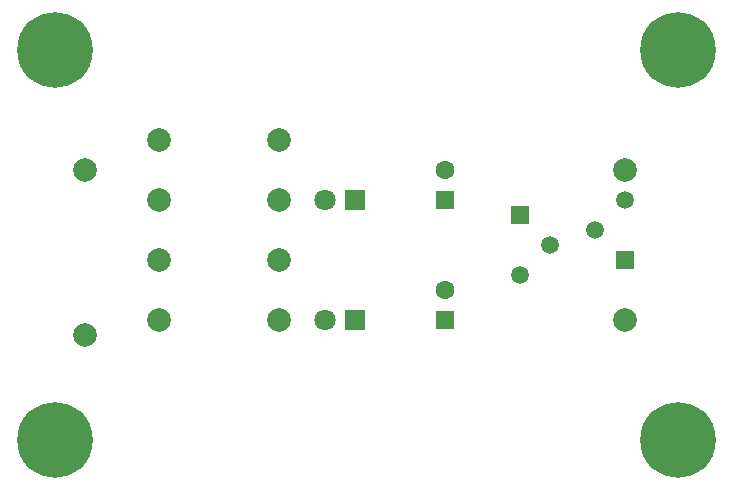
<source format=gbr>
%TF.GenerationSoftware,KiCad,Pcbnew,7.0.1-3b83917a11~172~ubuntu22.10.1*%
%TF.CreationDate,2023-04-05T19:22:55+09:00*%
%TF.ProjectId,m_vibrator_thick,6d5f7669-6272-4617-946f-725f74686963,rev?*%
%TF.SameCoordinates,Original*%
%TF.FileFunction,Soldermask,Bot*%
%TF.FilePolarity,Negative*%
%FSLAX46Y46*%
G04 Gerber Fmt 4.6, Leading zero omitted, Abs format (unit mm)*
G04 Created by KiCad (PCBNEW 7.0.1-3b83917a11~172~ubuntu22.10.1) date 2023-04-05 19:22:55*
%MOMM*%
%LPD*%
G01*
G04 APERTURE LIST*
%ADD10C,1.500000*%
%ADD11R,1.500000X1.500000*%
%ADD12C,2.000000*%
%ADD13R,1.600000X1.600000*%
%ADD14C,1.600000*%
%ADD15R,1.800000X1.800000*%
%ADD16C,1.800000*%
%ADD17C,6.400000*%
G04 APERTURE END LIST*
D10*
%TO.C,Q2*%
X44450000Y-24130000D03*
X46990000Y-21590000D03*
D11*
X44450000Y-19050000D03*
%TD*%
%TO.C,Q1*%
X53340000Y-22860000D03*
D10*
X50800000Y-20320000D03*
X53340000Y-17780000D03*
%TD*%
D12*
%TO.C,TP2*%
X7620000Y-15240000D03*
%TD*%
%TO.C,TP4*%
X53340000Y-27940000D03*
%TD*%
%TO.C,R2*%
X13840225Y-22860000D03*
X24000225Y-22860000D03*
%TD*%
%TO.C,R4*%
X13840225Y-17780000D03*
X24000225Y-17780000D03*
%TD*%
D13*
%TO.C,C1*%
X38100000Y-27940000D03*
D14*
X38100000Y-25440000D03*
%TD*%
D15*
%TO.C,D2*%
X30480000Y-17780000D03*
D16*
X27940000Y-17780000D03*
%TD*%
D12*
%TO.C,TP3*%
X7620000Y-29210000D03*
%TD*%
%TO.C,R3*%
X13840225Y-12700000D03*
X24000225Y-12700000D03*
%TD*%
D13*
%TO.C,C2*%
X38100000Y-17780000D03*
D14*
X38100000Y-15280000D03*
%TD*%
D17*
%TO.C,H1*%
X5080000Y-5080000D03*
%TD*%
%TO.C,H4*%
X57785000Y-38100000D03*
%TD*%
D12*
%TO.C,TP1*%
X53340000Y-15240000D03*
%TD*%
D17*
%TO.C,H3*%
X5080000Y-38100000D03*
%TD*%
D15*
%TO.C,D1*%
X30440000Y-27940000D03*
D16*
X27900000Y-27940000D03*
%TD*%
D17*
%TO.C,H2*%
X57785000Y-5080000D03*
%TD*%
D12*
%TO.C,R1*%
X13840225Y-27940000D03*
X24000225Y-27940000D03*
%TD*%
M02*

</source>
